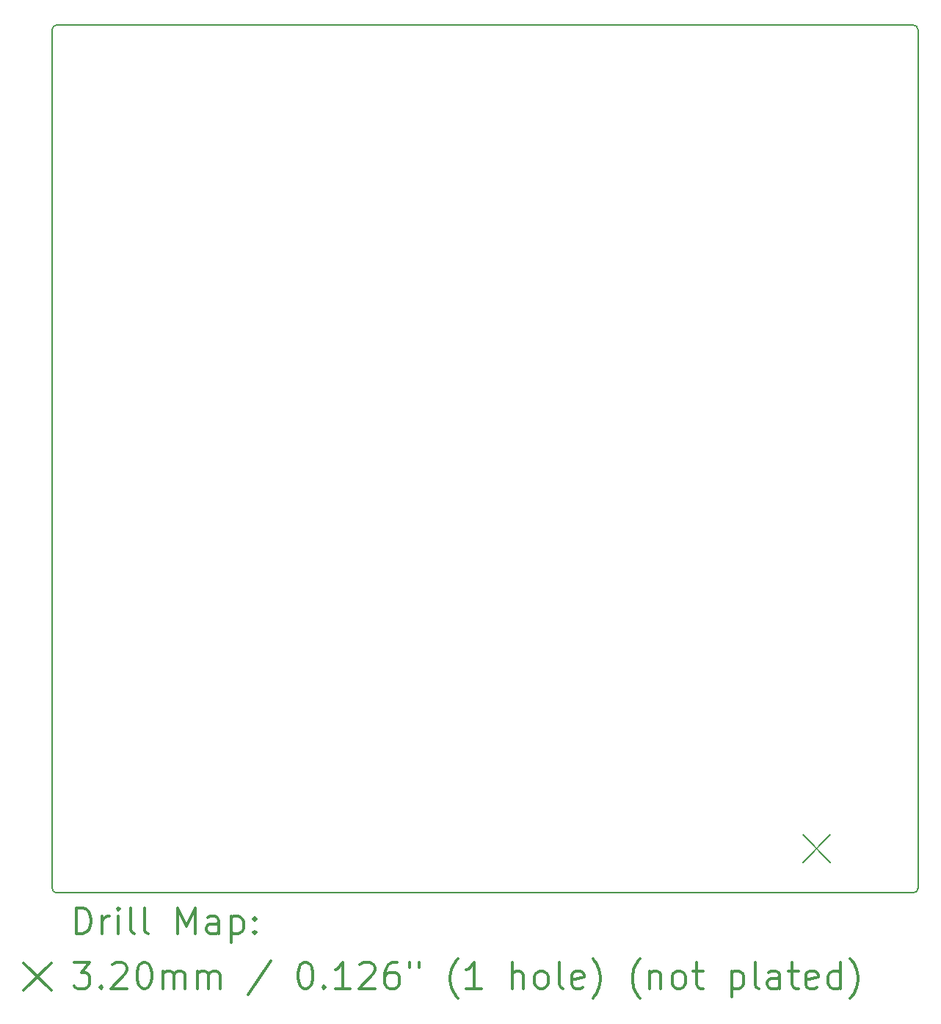
<source format=gbr>
%FSLAX45Y45*%
G04 Gerber Fmt 4.5, Leading zero omitted, Abs format (unit mm)*
G04 Created by KiCad (PCBNEW (5.1.9)-1) date 2021-06-17 16:54:11*
%MOMM*%
%LPD*%
G01*
G04 APERTURE LIST*
%TA.AperFunction,Profile*%
%ADD10C,0.150000*%
%TD*%
%ADD11C,0.200000*%
%ADD12C,0.300000*%
G04 APERTURE END LIST*
D10*
X17551400Y-5283200D02*
X7665720Y-5283200D01*
X17602200Y-15240000D02*
X17602200Y-5334000D01*
X17551400Y-15290800D02*
X7665720Y-15290800D01*
X7665720Y-15290800D02*
G75*
G02*
X7614920Y-15240000I0J50800D01*
G01*
X7614920Y-5334000D02*
X7614920Y-15240000D01*
X7614920Y-5334000D02*
G75*
G02*
X7665720Y-5283200I50800J0D01*
G01*
X17551400Y-5283200D02*
G75*
G02*
X17602200Y-5334000I0J-50800D01*
G01*
X17602200Y-15240000D02*
G75*
G02*
X17551400Y-15290800I-50800J0D01*
G01*
D11*
X16273800Y-14622800D02*
X16593800Y-14942800D01*
X16593800Y-14622800D02*
X16273800Y-14942800D01*
D12*
X7893848Y-15764014D02*
X7893848Y-15464014D01*
X7965277Y-15464014D01*
X8008134Y-15478300D01*
X8036706Y-15506871D01*
X8050991Y-15535443D01*
X8065277Y-15592586D01*
X8065277Y-15635443D01*
X8050991Y-15692586D01*
X8036706Y-15721157D01*
X8008134Y-15749729D01*
X7965277Y-15764014D01*
X7893848Y-15764014D01*
X8193848Y-15764014D02*
X8193848Y-15564014D01*
X8193848Y-15621157D02*
X8208134Y-15592586D01*
X8222420Y-15578300D01*
X8250991Y-15564014D01*
X8279563Y-15564014D01*
X8379563Y-15764014D02*
X8379563Y-15564014D01*
X8379563Y-15464014D02*
X8365277Y-15478300D01*
X8379563Y-15492586D01*
X8393848Y-15478300D01*
X8379563Y-15464014D01*
X8379563Y-15492586D01*
X8565277Y-15764014D02*
X8536706Y-15749729D01*
X8522420Y-15721157D01*
X8522420Y-15464014D01*
X8722420Y-15764014D02*
X8693848Y-15749729D01*
X8679563Y-15721157D01*
X8679563Y-15464014D01*
X9065277Y-15764014D02*
X9065277Y-15464014D01*
X9165277Y-15678300D01*
X9265277Y-15464014D01*
X9265277Y-15764014D01*
X9536706Y-15764014D02*
X9536706Y-15606871D01*
X9522420Y-15578300D01*
X9493848Y-15564014D01*
X9436706Y-15564014D01*
X9408134Y-15578300D01*
X9536706Y-15749729D02*
X9508134Y-15764014D01*
X9436706Y-15764014D01*
X9408134Y-15749729D01*
X9393848Y-15721157D01*
X9393848Y-15692586D01*
X9408134Y-15664014D01*
X9436706Y-15649729D01*
X9508134Y-15649729D01*
X9536706Y-15635443D01*
X9679563Y-15564014D02*
X9679563Y-15864014D01*
X9679563Y-15578300D02*
X9708134Y-15564014D01*
X9765277Y-15564014D01*
X9793848Y-15578300D01*
X9808134Y-15592586D01*
X9822420Y-15621157D01*
X9822420Y-15706871D01*
X9808134Y-15735443D01*
X9793848Y-15749729D01*
X9765277Y-15764014D01*
X9708134Y-15764014D01*
X9679563Y-15749729D01*
X9950991Y-15735443D02*
X9965277Y-15749729D01*
X9950991Y-15764014D01*
X9936706Y-15749729D01*
X9950991Y-15735443D01*
X9950991Y-15764014D01*
X9950991Y-15578300D02*
X9965277Y-15592586D01*
X9950991Y-15606871D01*
X9936706Y-15592586D01*
X9950991Y-15578300D01*
X9950991Y-15606871D01*
X7287420Y-16098300D02*
X7607420Y-16418300D01*
X7607420Y-16098300D02*
X7287420Y-16418300D01*
X7865277Y-16094014D02*
X8050991Y-16094014D01*
X7950991Y-16208300D01*
X7993848Y-16208300D01*
X8022420Y-16222586D01*
X8036706Y-16236871D01*
X8050991Y-16265443D01*
X8050991Y-16336871D01*
X8036706Y-16365443D01*
X8022420Y-16379729D01*
X7993848Y-16394014D01*
X7908134Y-16394014D01*
X7879563Y-16379729D01*
X7865277Y-16365443D01*
X8179563Y-16365443D02*
X8193848Y-16379729D01*
X8179563Y-16394014D01*
X8165277Y-16379729D01*
X8179563Y-16365443D01*
X8179563Y-16394014D01*
X8308134Y-16122586D02*
X8322420Y-16108300D01*
X8350991Y-16094014D01*
X8422420Y-16094014D01*
X8450991Y-16108300D01*
X8465277Y-16122586D01*
X8479563Y-16151157D01*
X8479563Y-16179729D01*
X8465277Y-16222586D01*
X8293848Y-16394014D01*
X8479563Y-16394014D01*
X8665277Y-16094014D02*
X8693848Y-16094014D01*
X8722420Y-16108300D01*
X8736706Y-16122586D01*
X8750991Y-16151157D01*
X8765277Y-16208300D01*
X8765277Y-16279729D01*
X8750991Y-16336871D01*
X8736706Y-16365443D01*
X8722420Y-16379729D01*
X8693848Y-16394014D01*
X8665277Y-16394014D01*
X8636706Y-16379729D01*
X8622420Y-16365443D01*
X8608134Y-16336871D01*
X8593848Y-16279729D01*
X8593848Y-16208300D01*
X8608134Y-16151157D01*
X8622420Y-16122586D01*
X8636706Y-16108300D01*
X8665277Y-16094014D01*
X8893848Y-16394014D02*
X8893848Y-16194014D01*
X8893848Y-16222586D02*
X8908134Y-16208300D01*
X8936706Y-16194014D01*
X8979563Y-16194014D01*
X9008134Y-16208300D01*
X9022420Y-16236871D01*
X9022420Y-16394014D01*
X9022420Y-16236871D02*
X9036706Y-16208300D01*
X9065277Y-16194014D01*
X9108134Y-16194014D01*
X9136706Y-16208300D01*
X9150991Y-16236871D01*
X9150991Y-16394014D01*
X9293848Y-16394014D02*
X9293848Y-16194014D01*
X9293848Y-16222586D02*
X9308134Y-16208300D01*
X9336706Y-16194014D01*
X9379563Y-16194014D01*
X9408134Y-16208300D01*
X9422420Y-16236871D01*
X9422420Y-16394014D01*
X9422420Y-16236871D02*
X9436706Y-16208300D01*
X9465277Y-16194014D01*
X9508134Y-16194014D01*
X9536706Y-16208300D01*
X9550991Y-16236871D01*
X9550991Y-16394014D01*
X10136706Y-16079729D02*
X9879563Y-16465443D01*
X10522420Y-16094014D02*
X10550991Y-16094014D01*
X10579563Y-16108300D01*
X10593848Y-16122586D01*
X10608134Y-16151157D01*
X10622420Y-16208300D01*
X10622420Y-16279729D01*
X10608134Y-16336871D01*
X10593848Y-16365443D01*
X10579563Y-16379729D01*
X10550991Y-16394014D01*
X10522420Y-16394014D01*
X10493848Y-16379729D01*
X10479563Y-16365443D01*
X10465277Y-16336871D01*
X10450991Y-16279729D01*
X10450991Y-16208300D01*
X10465277Y-16151157D01*
X10479563Y-16122586D01*
X10493848Y-16108300D01*
X10522420Y-16094014D01*
X10750991Y-16365443D02*
X10765277Y-16379729D01*
X10750991Y-16394014D01*
X10736706Y-16379729D01*
X10750991Y-16365443D01*
X10750991Y-16394014D01*
X11050991Y-16394014D02*
X10879563Y-16394014D01*
X10965277Y-16394014D02*
X10965277Y-16094014D01*
X10936706Y-16136871D01*
X10908134Y-16165443D01*
X10879563Y-16179729D01*
X11165277Y-16122586D02*
X11179563Y-16108300D01*
X11208134Y-16094014D01*
X11279563Y-16094014D01*
X11308134Y-16108300D01*
X11322420Y-16122586D01*
X11336706Y-16151157D01*
X11336706Y-16179729D01*
X11322420Y-16222586D01*
X11150991Y-16394014D01*
X11336706Y-16394014D01*
X11593848Y-16094014D02*
X11536706Y-16094014D01*
X11508134Y-16108300D01*
X11493848Y-16122586D01*
X11465277Y-16165443D01*
X11450991Y-16222586D01*
X11450991Y-16336871D01*
X11465277Y-16365443D01*
X11479563Y-16379729D01*
X11508134Y-16394014D01*
X11565277Y-16394014D01*
X11593848Y-16379729D01*
X11608134Y-16365443D01*
X11622420Y-16336871D01*
X11622420Y-16265443D01*
X11608134Y-16236871D01*
X11593848Y-16222586D01*
X11565277Y-16208300D01*
X11508134Y-16208300D01*
X11479563Y-16222586D01*
X11465277Y-16236871D01*
X11450991Y-16265443D01*
X11736706Y-16094014D02*
X11736706Y-16151157D01*
X11850991Y-16094014D02*
X11850991Y-16151157D01*
X12293848Y-16508300D02*
X12279563Y-16494014D01*
X12250991Y-16451157D01*
X12236706Y-16422586D01*
X12222420Y-16379729D01*
X12208134Y-16308300D01*
X12208134Y-16251157D01*
X12222420Y-16179729D01*
X12236706Y-16136871D01*
X12250991Y-16108300D01*
X12279563Y-16065443D01*
X12293848Y-16051157D01*
X12565277Y-16394014D02*
X12393848Y-16394014D01*
X12479563Y-16394014D02*
X12479563Y-16094014D01*
X12450991Y-16136871D01*
X12422420Y-16165443D01*
X12393848Y-16179729D01*
X12922420Y-16394014D02*
X12922420Y-16094014D01*
X13050991Y-16394014D02*
X13050991Y-16236871D01*
X13036706Y-16208300D01*
X13008134Y-16194014D01*
X12965277Y-16194014D01*
X12936706Y-16208300D01*
X12922420Y-16222586D01*
X13236706Y-16394014D02*
X13208134Y-16379729D01*
X13193848Y-16365443D01*
X13179563Y-16336871D01*
X13179563Y-16251157D01*
X13193848Y-16222586D01*
X13208134Y-16208300D01*
X13236706Y-16194014D01*
X13279563Y-16194014D01*
X13308134Y-16208300D01*
X13322420Y-16222586D01*
X13336706Y-16251157D01*
X13336706Y-16336871D01*
X13322420Y-16365443D01*
X13308134Y-16379729D01*
X13279563Y-16394014D01*
X13236706Y-16394014D01*
X13508134Y-16394014D02*
X13479563Y-16379729D01*
X13465277Y-16351157D01*
X13465277Y-16094014D01*
X13736706Y-16379729D02*
X13708134Y-16394014D01*
X13650991Y-16394014D01*
X13622420Y-16379729D01*
X13608134Y-16351157D01*
X13608134Y-16236871D01*
X13622420Y-16208300D01*
X13650991Y-16194014D01*
X13708134Y-16194014D01*
X13736706Y-16208300D01*
X13750991Y-16236871D01*
X13750991Y-16265443D01*
X13608134Y-16294014D01*
X13850991Y-16508300D02*
X13865277Y-16494014D01*
X13893848Y-16451157D01*
X13908134Y-16422586D01*
X13922420Y-16379729D01*
X13936706Y-16308300D01*
X13936706Y-16251157D01*
X13922420Y-16179729D01*
X13908134Y-16136871D01*
X13893848Y-16108300D01*
X13865277Y-16065443D01*
X13850991Y-16051157D01*
X14393848Y-16508300D02*
X14379563Y-16494014D01*
X14350991Y-16451157D01*
X14336706Y-16422586D01*
X14322420Y-16379729D01*
X14308134Y-16308300D01*
X14308134Y-16251157D01*
X14322420Y-16179729D01*
X14336706Y-16136871D01*
X14350991Y-16108300D01*
X14379563Y-16065443D01*
X14393848Y-16051157D01*
X14508134Y-16194014D02*
X14508134Y-16394014D01*
X14508134Y-16222586D02*
X14522420Y-16208300D01*
X14550991Y-16194014D01*
X14593848Y-16194014D01*
X14622420Y-16208300D01*
X14636706Y-16236871D01*
X14636706Y-16394014D01*
X14822420Y-16394014D02*
X14793848Y-16379729D01*
X14779563Y-16365443D01*
X14765277Y-16336871D01*
X14765277Y-16251157D01*
X14779563Y-16222586D01*
X14793848Y-16208300D01*
X14822420Y-16194014D01*
X14865277Y-16194014D01*
X14893848Y-16208300D01*
X14908134Y-16222586D01*
X14922420Y-16251157D01*
X14922420Y-16336871D01*
X14908134Y-16365443D01*
X14893848Y-16379729D01*
X14865277Y-16394014D01*
X14822420Y-16394014D01*
X15008134Y-16194014D02*
X15122420Y-16194014D01*
X15050991Y-16094014D02*
X15050991Y-16351157D01*
X15065277Y-16379729D01*
X15093848Y-16394014D01*
X15122420Y-16394014D01*
X15450991Y-16194014D02*
X15450991Y-16494014D01*
X15450991Y-16208300D02*
X15479563Y-16194014D01*
X15536706Y-16194014D01*
X15565277Y-16208300D01*
X15579563Y-16222586D01*
X15593848Y-16251157D01*
X15593848Y-16336871D01*
X15579563Y-16365443D01*
X15565277Y-16379729D01*
X15536706Y-16394014D01*
X15479563Y-16394014D01*
X15450991Y-16379729D01*
X15765277Y-16394014D02*
X15736706Y-16379729D01*
X15722420Y-16351157D01*
X15722420Y-16094014D01*
X16008134Y-16394014D02*
X16008134Y-16236871D01*
X15993848Y-16208300D01*
X15965277Y-16194014D01*
X15908134Y-16194014D01*
X15879563Y-16208300D01*
X16008134Y-16379729D02*
X15979563Y-16394014D01*
X15908134Y-16394014D01*
X15879563Y-16379729D01*
X15865277Y-16351157D01*
X15865277Y-16322586D01*
X15879563Y-16294014D01*
X15908134Y-16279729D01*
X15979563Y-16279729D01*
X16008134Y-16265443D01*
X16108134Y-16194014D02*
X16222420Y-16194014D01*
X16150991Y-16094014D02*
X16150991Y-16351157D01*
X16165277Y-16379729D01*
X16193848Y-16394014D01*
X16222420Y-16394014D01*
X16436706Y-16379729D02*
X16408134Y-16394014D01*
X16350991Y-16394014D01*
X16322420Y-16379729D01*
X16308134Y-16351157D01*
X16308134Y-16236871D01*
X16322420Y-16208300D01*
X16350991Y-16194014D01*
X16408134Y-16194014D01*
X16436706Y-16208300D01*
X16450991Y-16236871D01*
X16450991Y-16265443D01*
X16308134Y-16294014D01*
X16708134Y-16394014D02*
X16708134Y-16094014D01*
X16708134Y-16379729D02*
X16679563Y-16394014D01*
X16622420Y-16394014D01*
X16593848Y-16379729D01*
X16579563Y-16365443D01*
X16565277Y-16336871D01*
X16565277Y-16251157D01*
X16579563Y-16222586D01*
X16593848Y-16208300D01*
X16622420Y-16194014D01*
X16679563Y-16194014D01*
X16708134Y-16208300D01*
X16822420Y-16508300D02*
X16836706Y-16494014D01*
X16865277Y-16451157D01*
X16879563Y-16422586D01*
X16893848Y-16379729D01*
X16908134Y-16308300D01*
X16908134Y-16251157D01*
X16893848Y-16179729D01*
X16879563Y-16136871D01*
X16865277Y-16108300D01*
X16836706Y-16065443D01*
X16822420Y-16051157D01*
M02*

</source>
